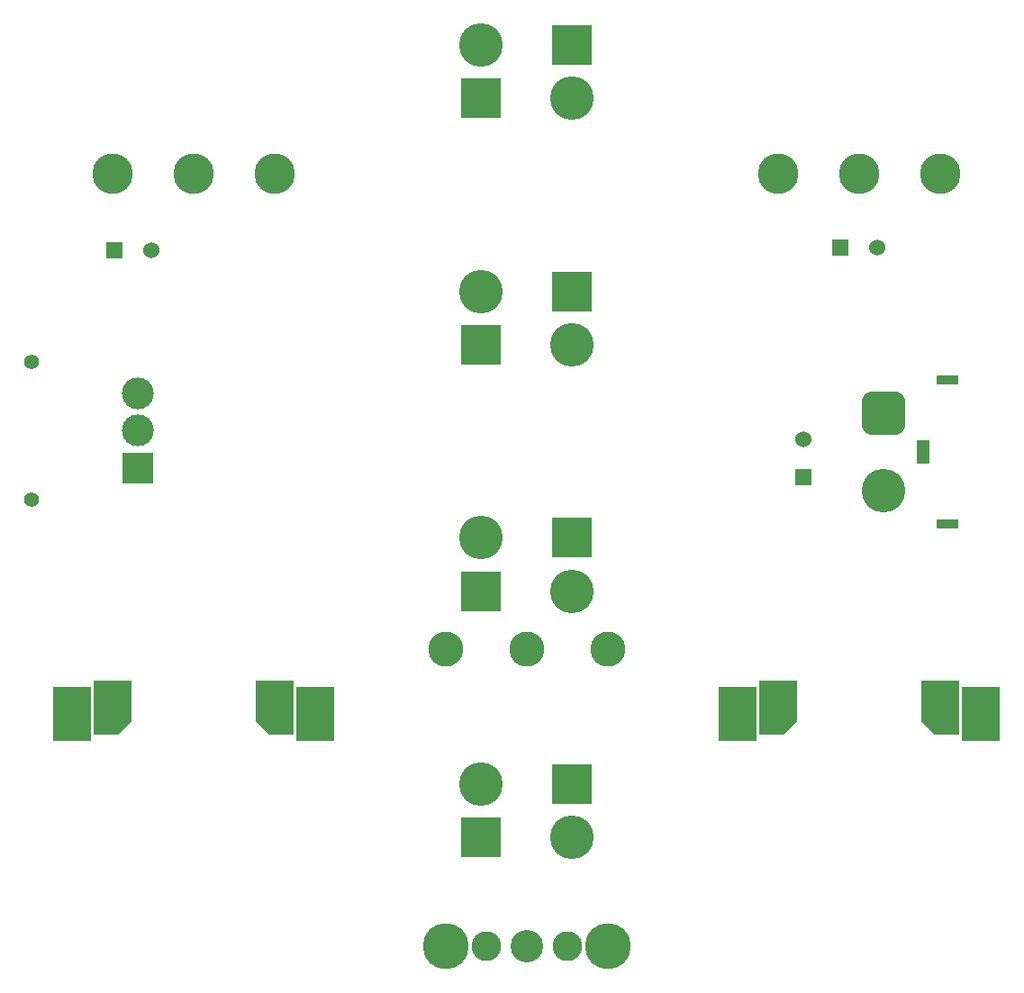
<source format=gbs>
%TF.GenerationSoftware,KiCad,Pcbnew,8.0.5*%
%TF.CreationDate,2025-09-24T23:13:40-07:00*%
%TF.ProjectId,Power8Board V1,506f7765-7238-4426-9f61-72642056312e,rev?*%
%TF.SameCoordinates,Original*%
%TF.FileFunction,Soldermask,Bot*%
%TF.FilePolarity,Negative*%
%FSLAX46Y46*%
G04 Gerber Fmt 4.6, Leading zero omitted, Abs format (unit mm)*
G04 Created by KiCad (PCBNEW 8.0.5) date 2025-09-24 23:13:40*
%MOMM*%
%LPD*%
G01*
G04 APERTURE LIST*
G04 Aperture macros list*
%AMRoundRect*
0 Rectangle with rounded corners*
0 $1 Rounding radius*
0 $2 $3 $4 $5 $6 $7 $8 $9 X,Y pos of 4 corners*
0 Add a 4 corners polygon primitive as box body*
4,1,4,$2,$3,$4,$5,$6,$7,$8,$9,$2,$3,0*
0 Add four circle primitives for the rounded corners*
1,1,$1+$1,$2,$3*
1,1,$1+$1,$4,$5*
1,1,$1+$1,$6,$7*
1,1,$1+$1,$8,$9*
0 Add four rect primitives between the rounded corners*
20,1,$1+$1,$2,$3,$4,$5,0*
20,1,$1+$1,$4,$5,$6,$7,0*
20,1,$1+$1,$6,$7,$8,$9,0*
20,1,$1+$1,$8,$9,$2,$3,0*%
%AMOutline5P*
0 Free polygon, 5 corners , with rotation*
0 The origin of the aperture is its center*
0 number of corners: always 5*
0 $1 to $10 corner X, Y*
0 $11 Rotation angle, in degrees counterclockwise*
0 create outline with 5 corners*
4,1,5,$1,$2,$3,$4,$5,$6,$7,$8,$9,$10,$1,$2,$11*%
%AMOutline6P*
0 Free polygon, 6 corners , with rotation*
0 The origin of the aperture is its center*
0 number of corners: always 6*
0 $1 to $12 corner X, Y*
0 $13 Rotation angle, in degrees counterclockwise*
0 create outline with 6 corners*
4,1,6,$1,$2,$3,$4,$5,$6,$7,$8,$9,$10,$11,$12,$1,$2,$13*%
%AMOutline7P*
0 Free polygon, 7 corners , with rotation*
0 The origin of the aperture is its center*
0 number of corners: always 7*
0 $1 to $14 corner X, Y*
0 $15 Rotation angle, in degrees counterclockwise*
0 create outline with 7 corners*
4,1,7,$1,$2,$3,$4,$5,$6,$7,$8,$9,$10,$11,$12,$13,$14,$1,$2,$15*%
%AMOutline8P*
0 Free polygon, 8 corners , with rotation*
0 The origin of the aperture is its center*
0 number of corners: always 8*
0 $1 to $16 corner X, Y*
0 $17 Rotation angle, in degrees counterclockwise*
0 create outline with 8 corners*
4,1,8,$1,$2,$3,$4,$5,$6,$7,$8,$9,$10,$11,$12,$13,$14,$15,$16,$1,$2,$17*%
G04 Aperture macros list end*
%ADD10R,3.800000X3.800000*%
%ADD11C,4.100000*%
%ADD12R,1.524000X1.524000*%
%ADD13C,1.524000*%
%ADD14R,2.000000X0.900000*%
%ADD15RoundRect,1.025000X-1.025000X1.025000X-1.025000X-1.025000X1.025000X-1.025000X1.025000X1.025000X0*%
%ADD16R,1.300000X2.300000*%
%ADD17C,3.810000*%
%ADD18R,3.556000X5.080000*%
%ADD19Outline5P,-2.540000X1.778000X2.540000X1.778000X2.540000X-0.533400X1.295400X-1.778000X-2.540000X-1.778000X270.000000*%
%ADD20Outline5P,-2.540000X1.778000X1.295400X1.778000X2.540000X0.533400X2.540000X-1.778000X-2.540000X-1.778000X270.000000*%
%ADD21C,1.400000*%
%ADD22R,3.000000X3.000000*%
%ADD23C,3.000000*%
%ADD24C,3.302000*%
%ADD25C,4.318000*%
%ADD26C,2.794000*%
%ADD27C,3.048000*%
G04 APERTURE END LIST*
D10*
%TO.C,J1*%
X145750000Y-116833332D03*
D11*
X145750000Y-111833332D03*
%TD*%
D10*
%TO.C,J5*%
X154250000Y-111833332D03*
D11*
X154250000Y-116833332D03*
%TD*%
D10*
%TO.C,J0*%
X145750000Y-140000000D03*
D11*
X145750000Y-135000000D03*
%TD*%
D12*
%TO.C,C3*%
X179500000Y-84500000D03*
D13*
X183000000Y-84500000D03*
%TD*%
D14*
%TO.C,J10*%
X189600000Y-97000000D03*
X189600000Y-110500000D03*
D15*
X183600000Y-100150000D03*
D11*
X183600000Y-107350000D03*
D16*
X187250000Y-103750000D03*
%TD*%
D10*
%TO.C,J4*%
X154250000Y-135000000D03*
D11*
X154250000Y-140000000D03*
%TD*%
D10*
%TO.C,J2*%
X145750000Y-93666666D03*
D11*
X145750000Y-88666666D03*
%TD*%
D17*
%TO.C,U1*%
X173630000Y-77600000D03*
X181250000Y-77600000D03*
X188870000Y-77600000D03*
D18*
X192680000Y-128400000D03*
D19*
X188870000Y-127765000D03*
D20*
X173630000Y-127765000D03*
D18*
X169820000Y-128400000D03*
%TD*%
D10*
%TO.C,J3*%
X145750000Y-70500000D03*
D11*
X145750000Y-65500000D03*
%TD*%
D10*
%TO.C,J7*%
X154250000Y-65500000D03*
D11*
X154250000Y-70500000D03*
%TD*%
D12*
%TO.C,C2*%
X111250000Y-84750000D03*
D13*
X114750000Y-84750000D03*
%TD*%
D21*
%TO.C,J9*%
X103500000Y-108250000D03*
X103500000Y-95250000D03*
D22*
X113500000Y-105250000D03*
D23*
X113500000Y-101750000D03*
X113500000Y-98250001D03*
%TD*%
D10*
%TO.C,J6*%
X154250000Y-88666666D03*
D11*
X154250000Y-93666666D03*
%TD*%
D24*
%TO.C,U3*%
X142380000Y-122310000D03*
X150000000Y-122310000D03*
X157620000Y-122310000D03*
D25*
X157620000Y-150250000D03*
D26*
X153810000Y-150250000D03*
D27*
X150000000Y-150250000D03*
D26*
X146190000Y-150250000D03*
D25*
X142380000Y-150250000D03*
%TD*%
D12*
%TO.C,C1*%
X176000000Y-106083250D03*
D13*
X176000000Y-102583249D03*
%TD*%
D17*
%TO.C,U2*%
X111130000Y-77600000D03*
X118750000Y-77600000D03*
X126370000Y-77600000D03*
D18*
X130180000Y-128400000D03*
D19*
X126370000Y-127765000D03*
D20*
X111130000Y-127765000D03*
D18*
X107320000Y-128400000D03*
%TD*%
M02*

</source>
